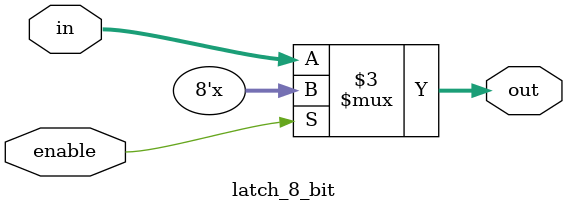
<source format=v>
/*
8-bit latch
*/

module latch_8_bit (in, out, enable);
    input [7:0] in;
    input enable;
    output reg [7:0] out;

    always @(enable or in) begin
        if (enable) begin
        end
        else begin
            out <= in;
        end
    end
endmodule
</source>
